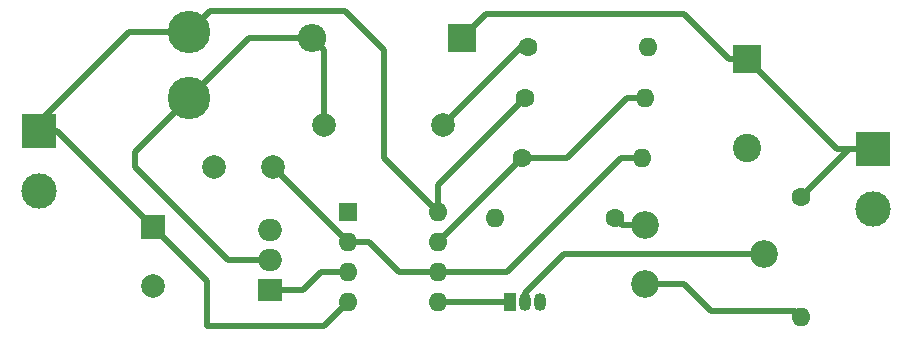
<source format=gbr>
%TF.GenerationSoftware,KiCad,Pcbnew,5.1.9*%
%TF.CreationDate,2021-03-09T01:50:32+01:00*%
%TF.ProjectId,nixie_power,6e697869-655f-4706-9f77-65722e6b6963,rev?*%
%TF.SameCoordinates,Original*%
%TF.FileFunction,Copper,L1,Top*%
%TF.FilePolarity,Positive*%
%FSLAX46Y46*%
G04 Gerber Fmt 4.6, Leading zero omitted, Abs format (unit mm)*
G04 Created by KiCad (PCBNEW 5.1.9) date 2021-03-09 01:50:32*
%MOMM*%
%LPD*%
G01*
G04 APERTURE LIST*
%TA.AperFunction,ComponentPad*%
%ADD10O,1.600000X1.600000*%
%TD*%
%TA.AperFunction,ComponentPad*%
%ADD11C,1.600000*%
%TD*%
%TA.AperFunction,ComponentPad*%
%ADD12R,1.600000X1.600000*%
%TD*%
%TA.AperFunction,ComponentPad*%
%ADD13C,2.340000*%
%TD*%
%TA.AperFunction,ComponentPad*%
%ADD14R,1.050000X1.500000*%
%TD*%
%TA.AperFunction,ComponentPad*%
%ADD15O,1.050000X1.500000*%
%TD*%
%TA.AperFunction,ComponentPad*%
%ADD16O,2.000000X1.905000*%
%TD*%
%TA.AperFunction,ComponentPad*%
%ADD17R,2.000000X1.905000*%
%TD*%
%TA.AperFunction,ComponentPad*%
%ADD18C,3.600000*%
%TD*%
%TA.AperFunction,ComponentPad*%
%ADD19C,3.000000*%
%TD*%
%TA.AperFunction,ComponentPad*%
%ADD20R,3.000000X3.000000*%
%TD*%
%TA.AperFunction,ComponentPad*%
%ADD21O,2.400000X2.400000*%
%TD*%
%TA.AperFunction,ComponentPad*%
%ADD22R,2.400000X2.400000*%
%TD*%
%TA.AperFunction,ComponentPad*%
%ADD23C,2.400000*%
%TD*%
%TA.AperFunction,ComponentPad*%
%ADD24C,2.000000*%
%TD*%
%TA.AperFunction,ComponentPad*%
%ADD25R,2.000000X2.000000*%
%TD*%
%TA.AperFunction,Conductor*%
%ADD26C,0.500000*%
%TD*%
G04 APERTURE END LIST*
D10*
%TO.P,R1,2*%
%TO.N,Net-(R1-Pad2)*%
X148844000Y-84074000D03*
D11*
%TO.P,R1,1*%
%TO.N,Net-(C2-Pad1)*%
X138684000Y-84074000D03*
%TD*%
D10*
%TO.P,U1,8*%
%TO.N,Net-(C2-Pad1)*%
X131318000Y-93726000D03*
%TO.P,U1,4*%
X123698000Y-101346000D03*
%TO.P,U1,7*%
%TO.N,Net-(R1-Pad2)*%
X131318000Y-96266000D03*
%TO.P,U1,3*%
%TO.N,Net-(Q1-Pad1)*%
X123698000Y-98806000D03*
%TO.P,U1,6*%
%TO.N,Net-(C1-Pad1)*%
X131318000Y-98806000D03*
%TO.P,U1,2*%
X123698000Y-96266000D03*
%TO.P,U1,5*%
%TO.N,Net-(Q2-Pad1)*%
X131318000Y-101346000D03*
D12*
%TO.P,U1,1*%
%TO.N,GND*%
X123698000Y-93726000D03*
%TD*%
D13*
%TO.P,RV1,1*%
%TO.N,Net-(R4-Pad2)*%
X148844000Y-99822000D03*
%TO.P,RV1,2*%
%TO.N,Net-(Q2-Pad2)*%
X158844000Y-97322000D03*
%TO.P,RV1,3*%
%TO.N,Net-(R5-Pad1)*%
X148844000Y-94822000D03*
%TD*%
D10*
%TO.P,R5,2*%
%TO.N,GND*%
X136144000Y-94234000D03*
D11*
%TO.P,R5,1*%
%TO.N,Net-(R5-Pad1)*%
X146304000Y-94234000D03*
%TD*%
D10*
%TO.P,R4,2*%
%TO.N,Net-(R4-Pad2)*%
X162052000Y-102616000D03*
D11*
%TO.P,R4,1*%
%TO.N,Net-(C4-Pad1)*%
X162052000Y-92456000D03*
%TD*%
%TO.P,R3,1*%
%TO.N,Net-(C3-Pad2)*%
X138938000Y-79756000D03*
D10*
%TO.P,R3,2*%
%TO.N,GND*%
X149098000Y-79756000D03*
%TD*%
%TO.P,R2,2*%
%TO.N,Net-(C1-Pad1)*%
X148590000Y-89154000D03*
D11*
%TO.P,R2,1*%
%TO.N,Net-(R1-Pad2)*%
X138430000Y-89154000D03*
%TD*%
D14*
%TO.P,Q2,1*%
%TO.N,Net-(Q2-Pad1)*%
X137414000Y-101346000D03*
D15*
%TO.P,Q2,3*%
%TO.N,GND*%
X139954000Y-101346000D03*
%TO.P,Q2,2*%
%TO.N,Net-(Q2-Pad2)*%
X138684000Y-101346000D03*
%TD*%
D16*
%TO.P,Q1,3*%
%TO.N,GND*%
X117094000Y-95250000D03*
%TO.P,Q1,2*%
%TO.N,Net-(C3-Pad1)*%
X117094000Y-97790000D03*
D17*
%TO.P,Q1,1*%
%TO.N,Net-(Q1-Pad1)*%
X117094000Y-100330000D03*
%TD*%
D18*
%TO.P,L1,2*%
%TO.N,Net-(C3-Pad1)*%
X110236000Y-84066000D03*
%TO.P,L1,1*%
%TO.N,Net-(C2-Pad1)*%
X110236000Y-78486000D03*
%TD*%
D19*
%TO.P,J2,2*%
%TO.N,GND*%
X168148000Y-93472000D03*
D20*
%TO.P,J2,1*%
%TO.N,Net-(C4-Pad1)*%
X168148000Y-88392000D03*
%TD*%
D19*
%TO.P,J1,2*%
%TO.N,GND*%
X97536000Y-91948000D03*
D20*
%TO.P,J1,1*%
%TO.N,Net-(C2-Pad1)*%
X97536000Y-86868000D03*
%TD*%
D21*
%TO.P,D1,2*%
%TO.N,Net-(C3-Pad1)*%
X120650000Y-78994000D03*
D22*
%TO.P,D1,1*%
%TO.N,Net-(C4-Pad1)*%
X133350000Y-78994000D03*
%TD*%
D23*
%TO.P,C4,2*%
%TO.N,GND*%
X157480000Y-88272000D03*
D22*
%TO.P,C4,1*%
%TO.N,Net-(C4-Pad1)*%
X157480000Y-80772000D03*
%TD*%
D24*
%TO.P,C3,2*%
%TO.N,Net-(C3-Pad2)*%
X131666000Y-86360000D03*
%TO.P,C3,1*%
%TO.N,Net-(C3-Pad1)*%
X121666000Y-86360000D03*
%TD*%
%TO.P,C2,2*%
%TO.N,GND*%
X107188000Y-99996000D03*
D25*
%TO.P,C2,1*%
%TO.N,Net-(C2-Pad1)*%
X107188000Y-94996000D03*
%TD*%
D24*
%TO.P,C1,2*%
%TO.N,GND*%
X112348000Y-89916000D03*
%TO.P,C1,1*%
%TO.N,Net-(C1-Pad1)*%
X117348000Y-89916000D03*
%TD*%
D26*
%TO.N,Net-(C1-Pad1)*%
X148590000Y-89154000D02*
X146812000Y-89154000D01*
X137160000Y-98806000D02*
X131318000Y-98806000D01*
X146812000Y-89154000D02*
X137160000Y-98806000D01*
X117348000Y-89916000D02*
X123698000Y-96266000D01*
X123698000Y-96266000D02*
X125476000Y-96266000D01*
X128016000Y-98806000D02*
X131318000Y-98806000D01*
X125476000Y-96266000D02*
X128016000Y-98806000D01*
%TO.N,Net-(C2-Pad1)*%
X131318000Y-91440000D02*
X138684000Y-84074000D01*
X131318000Y-93726000D02*
X131318000Y-91440000D01*
X97536000Y-86868000D02*
X97536000Y-86106000D01*
X105156000Y-78486000D02*
X110236000Y-78486000D01*
X97536000Y-86106000D02*
X105156000Y-78486000D01*
X99060000Y-86868000D02*
X107188000Y-94996000D01*
X97536000Y-86868000D02*
X99060000Y-86868000D01*
X110236000Y-78486000D02*
X112014000Y-76708000D01*
X123698000Y-101346000D02*
X121666000Y-103378000D01*
X121666000Y-103378000D02*
X111760000Y-103378000D01*
X111760000Y-99568000D02*
X107188000Y-94996000D01*
X111760000Y-103378000D02*
X111760000Y-99568000D01*
X112014000Y-76708000D02*
X123444000Y-76708000D01*
X123444000Y-76708000D02*
X126746000Y-80010000D01*
X126746000Y-89154000D02*
X131318000Y-93726000D01*
X126746000Y-80010000D02*
X126746000Y-89154000D01*
%TO.N,Net-(C3-Pad2)*%
X138270000Y-79756000D02*
X138938000Y-79756000D01*
X131666000Y-86360000D02*
X138270000Y-79756000D01*
%TO.N,Net-(C3-Pad1)*%
X121666000Y-80010000D02*
X120650000Y-78994000D01*
X121666000Y-86360000D02*
X121666000Y-80010000D01*
X115308000Y-78994000D02*
X110236000Y-84066000D01*
X120650000Y-78994000D02*
X115308000Y-78994000D01*
X110236000Y-84066000D02*
X105664000Y-88638000D01*
X105664000Y-88638000D02*
X105664000Y-89916000D01*
X113538000Y-97790000D02*
X117094000Y-97790000D01*
X105664000Y-89916000D02*
X113538000Y-97790000D01*
%TO.N,Net-(C4-Pad1)*%
X166116000Y-88392000D02*
X162052000Y-92456000D01*
X168148000Y-88392000D02*
X166116000Y-88392000D01*
X165100000Y-88392000D02*
X157480000Y-80772000D01*
X168148000Y-88392000D02*
X165100000Y-88392000D01*
X157480000Y-80772000D02*
X157480000Y-80010000D01*
X157480000Y-80772000D02*
X155956000Y-80772000D01*
X155956000Y-80772000D02*
X152146000Y-76962000D01*
X135382000Y-76962000D02*
X133350000Y-78994000D01*
X152146000Y-76962000D02*
X135382000Y-76962000D01*
%TO.N,Net-(Q1-Pad1)*%
X117094000Y-100330000D02*
X119888000Y-100330000D01*
X121412000Y-98806000D02*
X123698000Y-98806000D01*
X119888000Y-100330000D02*
X121412000Y-98806000D01*
%TO.N,Net-(Q2-Pad1)*%
X137414000Y-101346000D02*
X131318000Y-101346000D01*
%TO.N,Net-(Q2-Pad2)*%
X158844000Y-97322000D02*
X141946000Y-97322000D01*
X138684000Y-100584000D02*
X138684000Y-101346000D01*
X141946000Y-97322000D02*
X138684000Y-100584000D01*
%TO.N,Net-(R1-Pad2)*%
X138430000Y-89154000D02*
X142240000Y-89154000D01*
X147320000Y-84074000D02*
X148844000Y-84074000D01*
X142240000Y-89154000D02*
X147320000Y-84074000D01*
X138430000Y-89154000D02*
X131318000Y-96266000D01*
%TO.N,Net-(R4-Pad2)*%
X148844000Y-99822000D02*
X152146000Y-99822000D01*
X152146000Y-99822000D02*
X154432000Y-102108000D01*
X161544000Y-102108000D02*
X162052000Y-102616000D01*
X154432000Y-102108000D02*
X161544000Y-102108000D01*
%TO.N,Net-(R5-Pad1)*%
X146892000Y-94822000D02*
X146304000Y-94234000D01*
X148844000Y-94822000D02*
X146892000Y-94822000D01*
%TD*%
M02*

</source>
